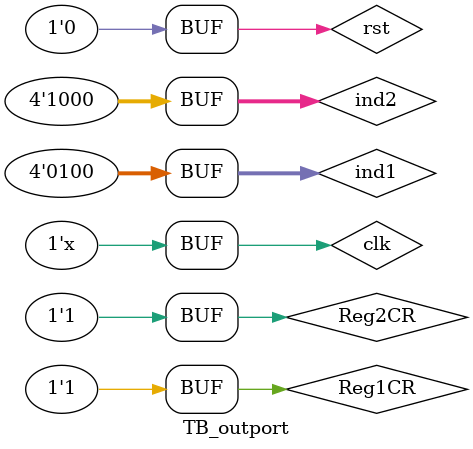
<source format=v>
`timescale 1ns / 1ps


module TB_outport;

	// Inputs
	reg [3:0] ind1;
	reg [3:0] ind2;
	reg Reg1CR;
	reg Reg2CR;
	reg clk;
	reg rst;

	// Outputs
	wire [6:0] Reg1_out;
	wire [6:0] Reg2_out;

	// Instantiate the Unit Under Test (UUT)
	outport uut (
		.ind1(ind1), 
		.ind2(ind2), 
		.Reg1CR(Reg1CR), 
		.Reg2CR(Reg2CR), 
		.clk(clk), 
		.rst(rst), 
		.Reg1_out(Reg1_out), 
		.Reg2_out(Reg2_out)
	);

	initial begin
		// Initialize Inputs
		ind1 = 0;
		ind2 = 0;
		Reg1CR = 0;
		Reg2CR = 0;
		clk = 0;
		rst = 0;

		// Wait 100 ns for global reset to finish
		#100;
      
		ind1 = 4;
		ind2 = 8;
		Reg1CR = 1;
		Reg2CR = 1;
		rst = 0;  
				#100;
		// Add stimulus here

	end
  always 
	
	#10 clk = ~ clk;    
endmodule


</source>
